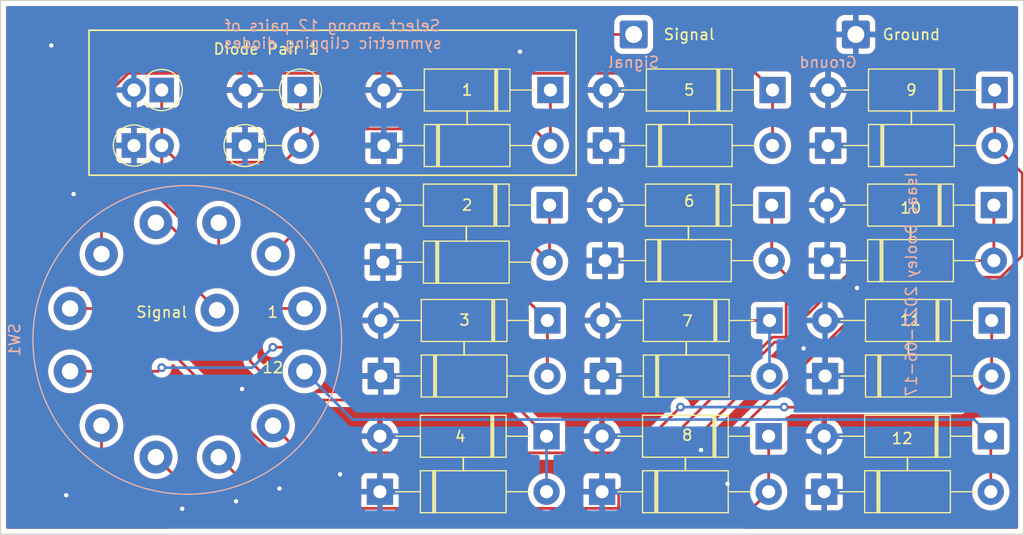
<source format=kicad_pcb>
(kicad_pcb (version 20211014) (generator pcbnew)
  (layers (0 "F.Cu" signal) (31 "B.Cu" signal) (34 "B.Paste" user) (35 "F.Paste" user) (36 "B.SilkS" user "B.Silkscreen") (37 "F.SilkS" user "F.Silkscreen") (38 "B.Mask" user) (39 "F.Mask" user) (44 "Edge.Cuts" user))
  (net 0 "")
  (net 1 "GND")
  (net 2 "/Signal")
  (net 3 "/Pair1")
  (net 4 "/Pair2")
  (net 5 "/Pair3")
  (net 6 "/Pair4")
  (net 7 "/Pair5")
  (net 8 "/Pair6")
  (net 9 "/Pair7")
  (net 10 "/Pair8")
  (net 11 "/Pair9")
  (net 12 "/Pair10")
  (net 13 "/Pair11")
  (net 14 "/Pair12")
  (footprint "Diode_THT:D_DO-15_P2.54mm_Vertical_AnodeUp" (layer "F.Cu") (at 30.48 25.4 180)
    (fp_text reference "D25" hide)
    (fp_text value "D")
    (fp_arc (start 1.456371 1.194732) (mid -1.883124 -0.047368) (end 1.514596 -1.12) (layer "F.SilkS") (width 0.12))
    (pad "1" thru_hole rect (at 0 0 180) (size 2.24 2.24) (drill 1.2) (layers *.Cu *.Mask) (net 3 "/Pair1"))
    (pad "2" thru_hole oval (at 2.54 0 180) (size 2.24 2.24) (drill 1.2) (layers *.Cu *.Mask) (net 1 "GND"))
  )
  (footprint "Diode_THT:D_DO-15_P15.24mm_Horizontal" (layer "F.Cu") (at 70.766161 62.149921)
    (fp_text reference "D16" hide)
    (fp_text value "D")
    (fp_line (start 4.96 -1.92) (end 4.96 1.92) (layer "F.SilkS") (width 0.12))
    (fp_line (start 3.7 -1.92) (end 3.7 1.92) (layer "F.SilkS") (width 0.12))
    (fp_line (start 4.84 -1.92) (end 4.84 1.92) (layer "F.SilkS") (width 0.12))
    (fp_line (start 1.44 0) (end 3.7 0) (layer "F.SilkS") (width 0.12))
    (fp_line (start 3.7 1.92) (end 11.54 1.92) (layer "F.SilkS") (width 0.12))
    (fp_line (start 11.54 -1.92) (end 3.7 -1.92) (layer "F.SilkS") (width 0.12))
    (fp_line (start 11.54 1.92) (end 11.54 -1.92) (layer "F.SilkS") (width 0.12))
    (fp_line (start 13.8 0) (end 11.54 0) (layer "F.SilkS") (width 0.12))
    (fp_line (start 5.08 -1.92) (end 5.08 1.92) (layer "F.SilkS") (width 0.12))
    (pad "1" thru_hole rect (at 0 0) (size 2.4 2.4) (drill 1.2) (layers *.Cu *.Mask) (net 1 "GND"))
    (pad "2" thru_hole oval (at 15.24 0) (size 2.4 2.4) (drill 1.2) (layers *.Cu *.Mask) (net 10 "/Pair8"))
  )
  (footprint "Diode_THT:D_DO-15_P15.24mm_Horizontal" (layer "F.Cu") (at 65.686161 57.069921 180)
    (fp_text reference "D7" hide)
    (fp_text value "D")
    (fp_line (start 4.96 -1.92) (end 4.96 1.92) (layer "F.SilkS") (width 0.12))
    (fp_line (start 3.7 1.92) (end 11.54 1.92) (layer "F.SilkS") (width 0.12))
    (fp_line (start 5.08 -1.92) (end 5.08 1.92) (layer "F.SilkS") (width 0.12))
    (fp_line (start 11.54 -1.92) (end 3.7 -1.92) (layer "F.SilkS") (width 0.12))
    (fp_line (start 11.54 1.92) (end 11.54 -1.92) (layer "F.SilkS") (width 0.12))
    (fp_line (start 4.84 -1.92) (end 4.84 1.92) (layer "F.SilkS") (width 0.12))
    (fp_line (start 1.44 0) (end 3.7 0) (layer "F.SilkS") (width 0.12))
    (fp_line (start 3.7 -1.92) (end 3.7 1.92) (layer "F.SilkS") (width 0.12))
    (fp_line (start 13.8 0) (end 11.54 0) (layer "F.SilkS") (width 0.12))
    (pad "1" thru_hole rect (at 0 0 180) (size 2.4 2.4) (drill 1.2) (layers *.Cu *.Mask) (net 6 "/Pair4"))
    (pad "2" thru_hole oval (at 15.24 0 180) (size 2.4 2.4) (drill 1.2) (layers *.Cu *.Mask) (net 1 "GND"))
  )
  (footprint "Diode_THT:D_DO-15_P15.24mm_Horizontal" (layer "F.Cu") (at 50.446161 62.149921)
    (fp_text reference "D8" hide)
    (fp_text value "D")
    (fp_line (start 4.84 -1.92) (end 4.84 1.92) (layer "F.SilkS") (width 0.12))
    (fp_line (start 11.54 1.92) (end 11.54 -1.92) (layer "F.SilkS") (width 0.12))
    (fp_line (start 3.7 1.92) (end 11.54 1.92) (layer "F.SilkS") (width 0.12))
    (fp_line (start 1.44 0) (end 3.7 0) (layer "F.SilkS") (width 0.12))
    (fp_line (start 5.08 -1.92) (end 5.08 1.92) (layer "F.SilkS") (width 0.12))
    (fp_line (start 4.96 -1.92) (end 4.96 1.92) (layer "F.SilkS") (width 0.12))
    (fp_line (start 3.7 -1.92) (end 3.7 1.92) (layer "F.SilkS") (width 0.12))
    (fp_line (start 11.54 -1.92) (end 3.7 -1.92) (layer "F.SilkS") (width 0.12))
    (fp_line (start 13.8 0) (end 11.54 0) (layer "F.SilkS") (width 0.12))
    (pad "1" thru_hole rect (at 0 0) (size 2.4 2.4) (drill 1.2) (layers *.Cu *.Mask) (net 1 "GND"))
    (pad "2" thru_hole oval (at 15.24 0) (size 2.4 2.4) (drill 1.2) (layers *.Cu *.Mask) (net 6 "/Pair4"))
  )
  (footprint "Diode_THT:D_DO-15_P5.08mm_Vertical_AnodeUp" (layer "F.Cu") (at 43.18 25.4 180)
    (fp_text reference "D27" hide)
    (fp_text value "D")
    (fp_line (start 1.92 0) (end 3.58 0) (layer "F.SilkS") (width 0.12))
    (fp_circle (center 0 0) (end 1.92 0) (layer "F.SilkS") (width 0.12) (fill none))
    (pad "1" thru_hole rect (at 0 0 180) (size 2.4 2.4) (drill 1.2) (layers *.Cu *.Mask) (net 3 "/Pair1"))
    (pad "2" thru_hole oval (at 5.08 0 180) (size 2.4 2.4) (drill 1.2) (layers *.Cu *.Mask) (net 1 "GND"))
  )
  (footprint "Diode_THT:D_DO-15_P15.24mm_Horizontal" (layer "F.Cu") (at 91.086161 62.149921)
    (fp_text reference "D24" hide)
    (fp_text value "D")
    (fp_line (start 3.7 1.92) (end 11.54 1.92) (layer "F.SilkS") (width 0.12))
    (fp_line (start 4.96 -1.92) (end 4.96 1.92) (layer "F.SilkS") (width 0.12))
    (fp_line (start 5.08 -1.92) (end 5.08 1.92) (layer "F.SilkS") (width 0.12))
    (fp_line (start 11.54 -1.92) (end 3.7 -1.92) (layer "F.SilkS") (width 0.12))
    (fp_line (start 4.84 -1.92) (end 4.84 1.92) (layer "F.SilkS") (width 0.12))
    (fp_line (start 3.7 -1.92) (end 3.7 1.92) (layer "F.SilkS") (width 0.12))
    (fp_line (start 1.44 0) (end 3.7 0) (layer "F.SilkS") (width 0.12))
    (fp_line (start 11.54 1.92) (end 11.54 -1.92) (layer "F.SilkS") (width 0.12))
    (fp_line (start 13.8 0) (end 11.54 0) (layer "F.SilkS") (width 0.12))
    (pad "1" thru_hole rect (at 0 0) (size 2.4 2.4) (drill 1.2) (layers *.Cu *.Mask) (net 1 "GND"))
    (pad "2" thru_hole oval (at 15.24 0) (size 2.4 2.4) (drill 1.2) (layers *.Cu *.Mask) (net 14 "/Pair12"))
  )
  (footprint "Diode_THT:D_DO-15_P15.24mm_Horizontal" (layer "F.Cu") (at 86.285127 35.92721 180)
    (fp_text reference "D11" hide)
    (fp_text value "D")
    (fp_line (start 4.96 -1.92) (end 4.96 1.92) (layer "F.SilkS") (width 0.12))
    (fp_line (start 11.54 -1.92) (end 3.7 -1.92) (layer "F.SilkS") (width 0.12))
    (fp_line (start 4.84 -1.92) (end 4.84 1.92) (layer "F.SilkS") (width 0.12))
    (fp_line (start 1.44 0) (end 3.7 0) (layer "F.SilkS") (width 0.12))
    (fp_line (start 11.54 1.92) (end 11.54 -1.92) (layer "F.SilkS") (width 0.12))
    (fp_line (start 3.7 -1.92) (end 3.7 1.92) (layer "F.SilkS") (width 0.12))
    (fp_line (start 5.08 -1.92) (end 5.08 1.92) (layer "F.SilkS") (width 0.12))
    (fp_line (start 3.7 1.92) (end 11.54 1.92) (layer "F.SilkS") (width 0.12))
    (fp_line (start 13.8 0) (end 11.54 0) (layer "F.SilkS") (width 0.12))
    (pad "1" thru_hole rect (at 0 0 180) (size 2.4 2.4) (drill 1.2) (layers *.Cu *.Mask) (net 8 "/Pair6"))
    (pad "2" thru_hole oval (at 15.24 0 180) (size 2.4 2.4) (drill 1.2) (layers *.Cu *.Mask) (net 1 "GND"))
  )
  (footprint "Diode_THT:D_DO-15_P15.24mm_Horizontal" (layer "F.Cu") (at 91.44 30.48)
    (fp_text reference "D18" hide)
    (fp_text value "D")
    (fp_line (start 3.7 -1.92) (end 3.7 1.92) (layer "F.SilkS") (width 0.12))
    (fp_line (start 11.54 -1.92) (end 3.7 -1.92) (layer "F.SilkS") (width 0.12))
    (fp_line (start 11.54 1.92) (end 11.54 -1.92) (layer "F.SilkS") (width 0.12))
    (fp_line (start 13.8 0) (end 11.54 0) (layer "F.SilkS") (width 0.12))
    (fp_line (start 4.84 -1.92) (end 4.84 1.92) (layer "F.SilkS") (width 0.12))
    (fp_line (start 1.44 0) (end 3.7 0) (layer "F.SilkS") (width 0.12))
    (fp_line (start 4.96 -1.92) (end 4.96 1.92) (layer "F.SilkS") (width 0.12))
    (fp_line (start 3.7 1.92) (end 11.54 1.92) (layer "F.SilkS") (width 0.12))
    (fp_line (start 5.08 -1.92) (end 5.08 1.92) (layer "F.SilkS") (width 0.12))
    (pad "1" thru_hole rect (at 0 0) (size 2.4 2.4) (drill 1.2) (layers *.Cu *.Mask) (net 1 "GND"))
    (pad "2" thru_hole oval (at 15.24 0) (size 2.4 2.4) (drill 1.2) (layers *.Cu *.Mask) (net 11 "/Pair9"))
  )
  (footprint "Diode_THT:D_DO-15_P15.24mm_Horizontal" (layer "F.Cu") (at 50.525366 51.564581)
    (fp_text reference "D6" hide)
    (fp_text value "D")
    (fp_line (start 3.7 1.92) (end 11.54 1.92) (layer "F.SilkS") (width 0.12))
    (fp_line (start 3.7 -1.92) (end 3.7 1.92) (layer "F.SilkS") (width 0.12))
    (fp_line (start 1.44 0) (end 3.7 0) (layer "F.SilkS") (width 0.12))
    (fp_line (start 13.8 0) (end 11.54 0) (layer "F.SilkS") (width 0.12))
    (fp_line (start 4.96 -1.92) (end 4.96 1.92) (layer "F.SilkS") (width 0.12))
    (fp_line (start 5.08 -1.92) (end 5.08 1.92) (layer "F.SilkS") (width 0.12))
    (fp_line (start 11.54 -1.92) (end 3.7 -1.92) (layer "F.SilkS") (width 0.12))
    (fp_line (start 11.54 1.92) (end 11.54 -1.92) (layer "F.SilkS") (width 0.12))
    (fp_line (start 4.84 -1.92) (end 4.84 1.92) (layer "F.SilkS") (width 0.12))
    (pad "1" thru_hole rect (at 0 0) (size 2.4 2.4) (drill 1.2) (layers *.Cu *.Mask) (net 1 "GND"))
    (pad "2" thru_hole oval (at 15.24 0) (size 2.4 2.4) (drill 1.2) (layers *.Cu *.Mask) (net 5 "/Pair3"))
  )
  (footprint "Diode_THT:D_DO-15_P15.24mm_Horizontal" (layer "F.Cu") (at 106.605127 35.92721 180)
    (fp_text reference "D19" hide)
    (fp_text value "D")
    (fp_line (start 4.84 -1.92) (end 4.84 1.92) (layer "F.SilkS") (width 0.12))
    (fp_line (start 1.44 0) (end 3.7 0) (layer "F.SilkS") (width 0.12))
    (fp_line (start 3.7 -1.92) (end 3.7 1.92) (layer "F.SilkS") (width 0.12))
    (fp_line (start 4.96 -1.92) (end 4.96 1.92) (layer "F.SilkS") (width 0.12))
    (fp_line (start 5.08 -1.92) (end 5.08 1.92) (layer "F.SilkS") (width 0.12))
    (fp_line (start 11.54 -1.92) (end 3.7 -1.92) (layer "F.SilkS") (width 0.12))
    (fp_line (start 13.8 0) (end 11.54 0) (layer "F.SilkS") (width 0.12))
    (fp_line (start 3.7 1.92) (end 11.54 1.92) (layer "F.SilkS") (width 0.12))
    (fp_line (start 11.54 1.92) (end 11.54 -1.92) (layer "F.SilkS") (width 0.12))
    (pad "1" thru_hole rect (at 0 0 180) (size 2.4 2.4) (drill 1.2) (layers *.Cu *.Mask) (net 12 "/Pair10"))
    (pad "2" thru_hole oval (at 15.24 0 180) (size 2.4 2.4) (drill 1.2) (layers *.Cu *.Mask) (net 1 "GND"))
  )
  (footprint "Diode_THT:D_DO-15_P15.24mm_Horizontal" (layer "F.Cu") (at 70.845366 51.564581)
    (fp_text reference "D14" hide)
    (fp_text value "D")
    (fp_line (start 4.96 -1.92) (end 4.96 1.92) (layer "F.SilkS") (width 0.12))
    (fp_line (start 11.54 -1.92) (end 3.7 -1.92) (layer "F.SilkS") (width 0.12))
    (fp_line (start 13.8 0) (end 11.54 0) (layer "F.SilkS") (width 0.12))
    (fp_line (start 3.7 -1.92) (end 3.7 1.92) (layer "F.SilkS") (width 0.12))
    (fp_line (start 1.44 0) (end 3.7 0) (layer "F.SilkS") (width 0.12))
    (fp_line (start 5.08 -1.92) (end 5.08 1.92) (layer "F.SilkS") (width 0.12))
    (fp_line (start 4.84 -1.92) (end 4.84 1.92) (layer "F.SilkS") (width 0.12))
    (fp_line (start 11.54 1.92) (end 11.54 -1.92) (layer "F.SilkS") (width 0.12))
    (fp_line (start 3.7 1.92) (end 11.54 1.92) (layer "F.SilkS") (width 0.12))
    (pad "1" thru_hole rect (at 0 0) (size 2.4 2.4) (drill 1.2) (layers *.Cu *.Mask) (net 1 "GND"))
    (pad "2" thru_hole oval (at 15.24 0) (size 2.4 2.4) (drill 1.2) (layers *.Cu *.Mask) (net 9 "/Pair7"))
  )
  (footprint "Diode_THT:D_DO-15_P15.24mm_Horizontal" (layer "F.Cu") (at 106.326161 57.069921 180)
    (fp_text reference "D23" hide)
    (fp_text value "D")
    (fp_line (start 13.8 0) (end 11.54 0) (layer "F.SilkS") (width 0.12))
    (fp_line (start 11.54 1.92) (end 11.54 -1.92) (layer "F.SilkS") (width 0.12))
    (fp_line (start 11.54 -1.92) (end 3.7 -1.92) (layer "F.SilkS") (width 0.12))
    (fp_line (start 4.84 -1.92) (end 4.84 1.92) (layer "F.SilkS") (width 0.12))
    (fp_line (start 3.7 1.92) (end 11.54 1.92) (layer "F.SilkS") (width 0.12))
    (fp_line (start 1.44 0) (end 3.7 0) (layer "F.SilkS") (width 0.12))
    (fp_line (start 3.7 -1.92) (end 3.7 1.92) (layer "F.SilkS") (width 0.12))
    (fp_line (start 4.96 -1.92) (end 4.96 1.92) (layer "F.SilkS") (width 0.12))
    (fp_line (start 5.08 -1.92) (end 5.08 1.92) (layer "F.SilkS") (width 0.12))
    (pad "1" thru_hole rect (at 0 0 180) (size 2.4 2.4) (drill 1.2) (layers *.Cu *.Mask) (net 14 "/Pair12"))
    (pad "2" thru_hole oval (at 15.24 0 180) (size 2.4 2.4) (drill 1.2) (layers *.Cu *.Mask) (net 1 "GND"))
  )
  (footprint "Diode_THT:D_DO-15_P15.24mm_Horizontal" (layer "F.Cu") (at 50.725127 41.14721)
    (fp_text reference "D4" hide)
    (fp_text value "D")
    (fp_line (start 1.44 0) (end 3.7 0) (layer "F.SilkS") (width 0.12))
    (fp_line (start 5.08 -1.92) (end 5.08 1.92) (layer "F.SilkS") (width 0.12))
    (fp_line (start 4.96 -1.92) (end 4.96 1.92) (layer "F.SilkS") (width 0.12))
    (fp_line (start 13.8 0) (end 11.54 0) (layer "F.SilkS") (width 0.12))
    (fp_line (start 4.84 -1.92) (end 4.84 1.92) (layer "F.SilkS") (width 0.12))
    (fp_line (start 3.7 1.92) (end 11.54 1.92) (layer "F.SilkS") (width 0.12))
    (fp_line (start 11.54 1.92) (end 11.54 -1.92) (layer "F.SilkS") (width 0.12))
    (fp_line (start 11.54 -1.92) (end 3.7 -1.92) (layer "F.SilkS") (width 0.12))
    (fp_line (start 3.7 -1.92) (end 3.7 1.92) (layer "F.SilkS") (width 0.12))
    (pad "1" thru_hole rect (at 0 0) (size 2.4 2.4) (drill 1.2) (layers *.Cu *.Mask) (net 1 "GND"))
    (pad "2" thru_hole oval (at 15.24 0) (size 2.4 2.4) (drill 1.2) (layers *.Cu *.Mask) (net 4 "/Pair2"))
  )
  (footprint "Diode_THT:D_DO-15_P15.24mm_Horizontal" (layer "F.Cu") (at 71.045127 41.00721)
    (fp_text reference "D12" hide)
    (fp_text value "D")
    (fp_line (start 13.8 0) (end 11.54 0) (layer "F.SilkS") (width 0.12))
    (fp_line (start 3.7 1.92) (end 11.54 1.92) (layer "F.SilkS") (width 0.12))
    (fp_line (start 1.44 0) (end 3.7 0) (layer "F.SilkS") (width 0.12))
    (fp_line (start 5.08 -1.92) (end 5.08 1.92) (layer "F.SilkS") (width 0.12))
    (fp_line (start 4.96 -1.92) (end 4.96 1.92) (layer "F.SilkS") (width 0.12))
    (fp_line (start 4.84 -1.92) (end 4.84 1.92) (layer "F.SilkS") (width 0.12))
    (fp_line (start 11.54 1.92) (end 11.54 -1.92) (layer "F.SilkS") (width 0.12))
    (fp_line (start 3.7 -1.92) (end 3.7 1.92) (layer "F.SilkS") (width 0.12))
    (fp_line (start 11.54 -1.92) (end 3.7 -1.92) (layer "F.SilkS") (width 0.12))
    (pad "1" thru_hole rect (at 0 0) (size 2.4 2.4) (drill 1.2) (layers *.Cu *.Mask) (net 1 "GND"))
    (pad "2" thru_hole oval (at 15.24 0) (size 2.4 2.4) (drill 1.2) (layers *.Cu *.Mask) (net 8 "/Pair6"))
  )
  (footprint "Connector_Wire:SolderWire-0.75sqmm_1x01_D1.25mm_OD2.3mm" (layer "F.Cu") (at 73.66 20.32)
    (fp_text reference "Signal1" hide)
    (fp_text value "MountingHole_Pad")
    (pad "1" thru_hole roundrect (at 0 0) (size 2.55 2.55) (drill 1.55) (layers *.Cu *.Mask) (roundrect_rratio 0.09803882353) (net 2 "/Signal"))
  )
  (footprint "Diode_THT:D_DO-15_P5.08mm_Vertical_AnodeUp" (layer "F.Cu") (at 38.1 30.48)
    (fp_text reference "D28" hide)
    (fp_text value "D")
    (fp_line (start 1.92 0) (end 3.58 0) (layer "F.SilkS") (width 0.12))
    (fp_circle (center 0 0) (end 1.92 0) (layer "F.SilkS") (width 0.12) (fill none))
    (pad "1" thru_hole rect (at 0 0) (size 2.4 2.4) (drill 1.2) (layers *.Cu *.Mask) (net 1 "GND"))
    (pad "2" thru_hole oval (at 5.08 0) (size 2.4 2.4) (drill 1.2) (layers *.Cu *.Mask) (net 3 "/Pair1"))
  )
  (footprint "Diode_THT:D_DO-15_P15.24mm_Horizontal" (layer "F.Cu") (at 71.12 30.48)
    (fp_text reference "D10" hide)
    (fp_text value "D")
    (fp_line (start 11.54 1.92) (end 11.54 -1.92) (layer "F.SilkS") (width 0.12))
    (fp_line (start 3.7 1.92) (end 11.54 1.92) (layer "F.SilkS") (width 0.12))
    (fp_line (start 5.08 -1.92) (end 5.08 1.92) (layer "F.SilkS") (width 0.12))
    (fp_line (start 11.54 -1.92) (end 3.7 -1.92) (layer "F.SilkS") (width 0.12))
    (fp_line (start 1.44 0) (end 3.7 0) (layer "F.SilkS") (width 0.12))
    (fp_line (start 13.8 0) (end 11.54 0) (layer "F.SilkS") (width 0.12))
    (fp_line (start 4.96 -1.92) (end 4.96 1.92) (layer "F.SilkS") (width 0.12))
    (fp_line (start 3.7 -1.92) (end 3.7 1.92) (layer "F.SilkS") (width 0.12))
    (fp_line (start 4.84 -1.92) (end 4.84 1.92) (layer "F.SilkS") (width 0.12))
    (pad "1" thru_hole rect (at 0 0) (size 2.4 2.4) (drill 1.2) (layers *.Cu *.Mask) (net 1 "GND"))
    (pad "2" thru_hole oval (at 15.24 0) (size 2.4 2.4) (drill 1.2) (layers *.Cu *.Mask) (net 7 "/Pair5"))
  )
  (footprint "Diode_THT:D_DO-15_P15.24mm_Horizontal" (layer "F.Cu") (at 65.965127 35.92721 180)
    (fp_text reference "D3" hide)
    (fp_text value "D")
    (fp_line (start 3.7 -1.92) (end 3.7 1.92) (layer "F.SilkS") (width 0.12))
    (fp_line (start 1.44 0) (end 3.7 0) (layer "F.SilkS") (width 0.12))
    (fp_line (start 11.54 1.92) (end 11.54 -1.92) (layer "F.SilkS") (width 0.12))
    (fp_line (start 3.7 1.92) (end 11.54 1.92) (layer "F.SilkS") (width 0.12))
    (fp_line (start 5.08 -1.92) (end 5.08 1.92) (layer "F.SilkS") (width 0.12))
    (fp_line (start 4.96 -1.92) (end 4.96 1.92) (layer "F.SilkS") (width 0.12))
    (fp_line (start 4.84 -1.92) (end 4.84 1.92) (layer "F.SilkS") (width 0.12))
    (fp_line (start 13.8 0) (end 11.54 0) (layer "F.SilkS") (width 0.12))
    (fp_line (start 11.54 -1.92) (end 3.7 -1.92) (layer "F.SilkS") (width 0.12))
    (pad "1" thru_hole rect (at 0 0 180) (size 2.4 2.4) (drill 1.2) (layers *.Cu *.Mask) (net 4 "/Pair2"))
    (pad "2" thru_hole oval (at 15.24 0 180) (size 2.4 2.4) (drill 1.2) (layers *.Cu *.Mask) (net 1 "GND"))
  )
  (footprint "Diode_THT:D_DO-15_P2.54mm_Vertical_AnodeUp" (layer "F.Cu") (at 27.94 30.48)
    (fp_text reference "D26" hide)
    (fp_text value "D")
    (fp_arc (start 1.456371 1.194732) (mid -1.883124 -0.047368) (end 1.514596 -1.12) (layer "F.SilkS") (width 0.12))
    (pad "1" thru_hole rect (at 0 0) (size 2.24 2.24) (drill 1.2) (layers *.Cu *.Mask) (net 1 "GND"))
    (pad "2" thru_hole oval (at 2.54 0) (size 2.24 2.24) (drill 1.2) (layers *.Cu *.Mask) (net 3 "/Pair1"))
  )
  (footprint "Connector_Wire:SolderWire-0.75sqmm_1x01_D1.25mm_OD2.3mm" (layer "F.Cu") (at 93.98 20.32)
    (fp_text reference "Ground1" hide)
    (fp_text value "MountingHole_Pad")
    (pad "1" thru_hole roundrect (at 0 0) (size 2.55 2.55) (drill 1.55) (layers *.Cu *.Mask) (roundrect_rratio 0.09803882353) (net 1 "GND"))
  )
  (footprint "Diode_THT:D_DO-15_P15.24mm_Horizontal" (layer "F.Cu") (at 66.04 25.4 180)
    (fp_text reference "D1" hide)
    (fp_text value "D")
    (fp_line (start 5.08 -1.92) (end 5.08 1.92) (layer "F.SilkS") (width 0.12))
    (fp_line (start 4.84 -1.92) (end 4.84 1.92) (layer "F.SilkS") (width 0.12))
    (fp_line (start 11.54 1.92) (end 11.54 -1.92) (layer "F.SilkS") (width 0.12))
    (fp_line (start 3.7 -1.92) (end 3.7 1.92) (layer "F.SilkS") (width 0.12))
    (fp_line (start 13.8 0) (end 11.54 0) (layer "F.SilkS") (width 0.12))
    (fp_line (start 11.54 -1.92) (end 3.7 -1.92) (layer "F.SilkS") (width 0.12))
    (fp_line (start 3.7 1.92) (end 11.54 1.92) (layer "F.SilkS") (width 0.12))
    (fp_line (start 4.96 -1.92) (end 4.96 1.92) (layer "F.SilkS") (width 0.12))
    (fp_line (start 1.44 0) (end 3.7 0) (layer "F.SilkS") (width 0.12))
    (pad "1" thru_hole rect (at 0 0 180) (size 2.4 2.4) (drill 1.2) (layers *.Cu *.Mask) (net 3 "/Pair1"))
    (pad "2" thru_hole oval (at 15.24 0 180) (size 2.4 2.4) (drill 1.2) (layers *.Cu *.Mask) (net 1 "GND"))
  )
  (footprint "Diode_THT:D_DO-15_P15.24mm_Horizontal" (layer "F.Cu") (at 86.085366 46.484581 180)
    (fp_text reference "D13" hide)
    (fp_text value "D")
    (fp_line (start 1.44 0) (end 3.7 0) (layer "F.SilkS") (width 0.12))
    (fp_line (start 5.08 -1.92) (end 5.08 1.92) (layer "F.SilkS") (width 0.12))
    (fp_line (start 4.96 -1.92) (end 4.96 1.92) (layer "F.SilkS") (width 0.12))
    (fp_line (start 3.7 1.92) (end 11.54 1.92) (layer "F.SilkS") (width 0.12))
    (fp_line (start 4.84 -1.92) (end 4.84 1.92) (layer "F.SilkS") (width 0.12))
    (fp_line (start 11.54 -1.92) (end 3.7 -1.92) (layer "F.SilkS") (width 0.12))
    (fp_line (start 13.8 0) (end 11.54 0) (layer "F.SilkS") (width 0.12))
    (fp_line (start 3.7 -1.92) (end 3.7 1.92) (layer "F.SilkS") (width 0.12))
    (fp_line (start 11.54 1.92) (end 11.54 -1.92) (layer "F.SilkS") (width 0.12))
    (pad "1" thru_hole rect (at 0 0 180) (size 2.4 2.4) (drill 1.2) (layers *.Cu *.Mask) (net 9 "/Pair7"))
    (pad "2" thru_hole oval (at 15.24 0 180) (size 2.4 2.4) (drill 1.2) (layers *.Cu *.Mask) (net 1 "GND"))
  )
  (footprint "Diode_THT:D_DO-15_P15.24mm_Horizontal" (layer "F.Cu") (at 91.365127 41.00721)
    (fp_text reference "D20" hide)
    (fp_text value "D")
    (fp_line (start 4.84 -1.92) (end 4.84 1.92) (layer "F.SilkS") (width 0.12))
    (fp_line (start 3.7 1.92) (end 11.54 1.92) (layer "F.SilkS") (width 0.12))
    (fp_line (start 13.8 0) (end 11.54 0) (layer "F.SilkS") (width 0.12))
    (fp_line (start 3.7 -1.92) (end 3.7 1.92) (layer "F.SilkS") (width 0.12))
    (fp_line (start 1.44 0) (end 3.7 0) (layer "F.SilkS") (width 0.12))
    (fp_line (start 11.54 1.92) (end 11.54 -1.92) (layer "F.SilkS") (width 0.12))
    (fp_line (start 4.96 -1.92) (end 4.96 1.92) (layer "F.SilkS") (width 0.12))
    (fp_line (start 5.08 -1.92) (end 5.08 1.92) (layer "F.SilkS") (width 0.12))
    (fp_line (start 11.54 -1.92) (end 3.7 -1.92) (layer "F.SilkS") (width 0.12))
    (pad "1" thru_hole rect (at 0 0) (size 2.4 2.4) (drill 1.2) (layers *.Cu *.Mask) (net 1 "GND"))
    (pad "2" thru_hole oval (at 15.24 0) (size 2.4 2.4) (drill 1.2) (layers *.Cu *.Mask) (net 12 "/Pair10"))
  )
  (footprint "Diode_THT:D_DO-15_P15.24mm_Horizontal" (layer "F.Cu") (at 106.68 25.4 180)
    (fp_text reference "D17" hide)
    (fp_text value "D")
    (fp_line (start 11.54 -1.92) (end 3.7 -1.92) (layer "F.SilkS") (width 0.12))
    (fp_line (start 13.8 0) (end 11.54 0) (layer "F.SilkS") (width 0.12))
    (fp_line (start 1.44 0) (end 3.7 0) (layer "F.SilkS") (width 0.12))
    (fp_line (start 5.08 -1.92) (end 5.08 1.92) (layer "F.SilkS") (width 0.12))
    (fp_line (start 3.7 1.92) (end 11.54 1.92) (layer "F.SilkS") (width 0.12))
    (fp_line (start 11.54 1.92) (end 11.54 -1.92) (layer "F.SilkS") (width 0.12))
    (fp_line (start 4.84 -1.92) (end 4.84 1.92) (layer "F.SilkS") (width 0.12))
    (fp_line (start 4.96 -1.92) (end 4.96 1.92) (layer "F.SilkS") (width 0.12))
    (fp_line (start 3.7 -1.92) (end 3.7 1.92) (layer "F.SilkS") (width 0.12))
    (pad "1" thru_hole rect (at 0 0 180) (size 2.4 2.4) (drill 1.2) (layers *.Cu *.Mask) (net 11 "/Pair9"))
    (pad "2" thru_hole oval (at 15.24 0 180) (size 2.4 2.4) (drill 1.2) (layers *.Cu *.Mask) (net 1 "GND"))
  )
  (footprint "Diode_THT:D_DO-15_P15.24mm_Horizontal" (layer "F.Cu") (at 86.006161 57.069921 180)
    (fp_text reference "D15" hide)
    (fp_text value "D")
    (fp_line (start 11.54 1.92) (end 11.54 -1.92) (layer "F.SilkS") (width 0.12))
    (fp_line (start 11.54 -1.92) (end 3.7 -1.92) (layer "F.SilkS") (width 0.12))
    (fp_line (start 4.96 -1.92) (end 4.96 1.92) (layer "F.SilkS") (width 0.12))
    (fp_line (start 3.7 1.92) (end 11.54 1.92) (layer "F.SilkS") (width 0.12))
    (fp_line (start 4.84 -1.92) (end 4.84 1.92) (layer "F.SilkS") (width 0.12))
    (fp_line (start 1.44 0) (end 3.7 0) (layer "F.SilkS") (width 0.12))
    (fp_line (start 13.8 0) (end 11.54 0) (layer "F.SilkS") (width 0.12))
    (fp_line (start 3.7 -1.92) (end 3.7 1.92) (layer "F.SilkS") (width 0.12))
    (fp_line (start 5.08 -1.92) (end 5.08 1.92) (layer "F.SilkS") (width 0.12))
    (pad "1" thru_hole rect (at 0 0 180) (size 2.4 2.4) (drill 1.2) (layers *.Cu *.Mask) (net 10 "/Pair8"))
    (pad "2" thru_hole oval (at 15.24 0 180) (size 2.4 2.4) (drill 1.2) (layers *.Cu *.Mask) (net 1 "GND"))
  )
  (footprint "Diode_THT:D_DO-15_P15.24mm_Horizontal" (layer "F.Cu") (at 86.36 25.4 180)
    (fp_text reference "D9" hide)
    (fp_text value "D")
    (fp_line (start 4.96 -1.92) (end 4.96 1.92) (layer "F.SilkS") (width 0.12))
    (fp_line (start 3.7 1.92) (end 11.54 1.92) (layer "F.SilkS") (width 0.12))
    (fp_line (start 1.44 0) (end 3.7 0) (layer "F.SilkS") (width 0.12))
    (fp_line (start 11.54 -1.92) (end 3.7 -1.92) (layer "F.SilkS") (width 0.12))
    (fp_line (start 13.8 0) (end 11.54 0) (layer "F.SilkS") (width 0.12))
    (fp_line (start 4.84 -1.92) (end 4.84 1.92) (layer "F.SilkS") (width 0.12))
    (fp_line (start 3.7 -1.92) (end 3.7 1.92) (layer "F.SilkS") (width 0.12))
    (fp_line (start 5.08 -1.92) (end 5.08 1.92) (layer "F.SilkS") (width 0.12))
    (fp_line (start 11.54 1.92) (end 11.54 -1.92) (layer "F.SilkS") (width 0.12))
    (pad "1" thru_hole rect (at 0 0 180) (size 2.4 2.4) (drill 1.2) (layers *.Cu *.Mask) (net 7 "/Pair5"))
    (pad "2" thru_hole oval (at 15.24 0 180) (size 2.4 2.4) (drill 1.2) (layers *.Cu *.Mask) (net 1 "GND"))
  )
  (footprint "Diode_THT:D_DO-15_P15.24mm_Horizontal" (layer "F.Cu") (at 106.405366 46.484581 180)
    (fp_text reference "D21" hide)
    (fp_text value "D")
    (fp_line (start 4.96 -1.92) (end 4.96 1.92) (layer "F.SilkS") (width 0.12))
    (fp_line (start 3.7 1.92) (end 11.54 1.92) (layer "F.SilkS") (width 0.12))
    (fp_line (start 1.44 0) (end 3.7 0) (layer "F.SilkS") (width 0.12))
    (fp_line (start 4.84 -1.92) (end 4.84 1.92) (layer "F.SilkS") (width 0.12))
    (fp_line (start 3.7 -1.92) (end 3.7 1.92) (layer "F.SilkS") (width 0.12))
    (fp_line (start 5.08 -1.92) (end 5.08 1.92) (layer "F.SilkS") (width 0.12))
    (fp_line (start 13.8 0) (end 11.54 0) (layer "F.SilkS") (width 0.12))
    (fp_line (start 11.54 -1.92) (end 3.7 -1.92) (layer "F.SilkS") (width 0.12))
    (fp_line (start 11.54 1.92) (end 11.54 -1.92) (layer "F.SilkS") (width 0.12))
    (pad "1" thru_hole rect (at 0 0 180) (size 2.4 2.4) (drill 1.2) (layers *.Cu *.Mask) (net 13 "/Pair11"))
    (pad "2" thru_hole oval (at 15.24 0 180) (size 2.4 2.4) (drill 1.2) (layers *.Cu *.Mask) (net 1 "GND"))
  )
  (footprint "Diode_THT:D_DO-15_P15.24mm_Horizontal" (layer "F.Cu") (at 65.765366 46.484581 180)
    (fp_text reference "D5" hide)
    (fp_text value "D")
    (fp_line (start 4.96 -1.92) (end 4.96 1.92) (layer "F.SilkS") (width 0.12))
    (fp_line (start 11.54 -1.92) (end 3.7 -1.92) (layer "F.SilkS") (width 0.12))
    (fp_line (start 5.08 -1.92) (end 5.08 1.92) (layer "F.SilkS") (width 0.12))
    (fp_line (start 1.44 0) (end 3.7 0) (layer "F.SilkS") (width 0.12))
    (fp_line (start 11.54 1.92) (end 11.54 -1.92) (layer "F.SilkS") (width 0.12))
    (fp_line (start 13.8 0) (end 11.54 0) (layer "F.SilkS") (width 0.12))
    (fp_line (start 3.7 1.92) (end 11.54 1.92) (layer "F.SilkS") (width 0.12))
    (fp_line (start 3.7 -1.92) (end 3.7 1.92) (layer "F.SilkS") (width 0.12))
    (fp_line (start 4.84 -1.92) (end 4.84 1.92) (layer "F.SilkS") (width 0.12))
    (pad "1" thru_hole rect (at 0 0 180) (size 2.4 2.4) (drill 1.2) (layers *.Cu *.Mask) (net 5 "/Pair3"))
    (pad "2" thru_hole oval (at 15.24 0 180) (size 2.4 2.4) (drill 1.2) (layers *.Cu *.Mask) (net 1 "GND"))
  )
  (footprint "Diode_THT:D_DO-15_P15.24mm_Horizontal" (layer "F.Cu") (at 50.8 30.48)
    (fp_text reference "D2" hide)
    (fp_text value "D")
    (fp_line (start 13.8 0) (end 11.54 0) (layer "F.SilkS") (width 0.12))
    (fp_line (start 1.44 0) (end 3.7 0) (layer "F.SilkS") (width 0.12))
    (fp_line (start 3.7 1.92) (end 11.54 1.92) (layer "F.SilkS") (width 0.12))
    (fp_line (start 4.84 -1.92) (end 4.84 1.92) (layer "F.SilkS") (width 0.12))
    (fp_line (start 4.96 -1.92) (end 4.96 1.92) (layer "F.SilkS") (width 0.12))
    (fp_line (start 3.7 -1.92) (end 3.7 1.92) (layer "F.SilkS") (width 0.12))
    (fp_line (start 11.54 1.92) (end 11.54 -1.92) (layer "F.SilkS") (width 0.12))
    (fp_line (start 11.54 -1.92) (end 3.7 -1.92) (layer "F.SilkS") (width 0.12))
    (fp_line (start 5.08 -1.92) (end 5.08 1.92) (layer "F.SilkS") (width 0.12))
    (pad "1" thru_hole rect (at 0 0) (size 2.4 2.4) (drill 1.2) (layers *.Cu *.Mask) (net 1 "GND"))
    (pad "2" thru_hole oval (at 15.24 0) (size 2.4 2.4) (drill 1.2) (layers *.Cu *.Mask) (net 3 "/Pair1"))
  )
  (footprint "Diode_THT:D_DO-15_P15.24mm_Horizontal" (layer "F.Cu") (at 91.165366 51.564581)
    (fp_text reference "D22" hide)
    (fp_text value "D")
    (fp_line (start 5.08 -1.92) (end 5.08 1.92) (layer "F.SilkS") (width 0.12))
    (fp_line (start 1.44 0) (end 3.7 0) (layer "F.SilkS") (width 0.12))
    (fp_line (start 13.8 0) (end 11.54 0) (layer "F.SilkS") (width 0.12))
    (fp_line (start 11.54 1.92) (end 11.54 -1.92) (layer "F.SilkS") (width 0.12))
    (fp_line (start 4.84 -1.92) (end 4.84 1.92) (layer "F.SilkS") (width 0.12))
    (fp_line (start 4.96 -1.92) (end 4.96 1.92) (layer "F.SilkS") (width 0.12))
    (fp_line (start 3.7 1.92) (end 11.54 1.92) (layer "F.SilkS") (width 0.12))
    (fp_line (start 3.7 -1.92) (end 3.7 1.92) (layer "F.SilkS") (width 0.12))
    (fp_line (start 11.54 -1.92) (end 3.7 -1.92) (layer "F.SilkS") (width 0.12))
    (pad "1" thru_hole rect (at 0 0) (size 2.4 2.4) (drill 1.2) (layers *.Cu *.Mask) (net 1 "GND"))
    (pad "2" thru_hole oval (at 15.24 0) (size 2.4 2.4) (drill 1.2) (layers *.Cu *.Mask) (net 13 "/Pair11"))
  )
  (footprint "Rotary_Encoder:Rotary Switch KC10A9.501NPS" (layer "B.Cu") (at 32.820239 48.26 -90)
    (fp_text reference "SW1" (at 0 15.795 90) (layer "B.SilkS") (effects (justify mirror)))
    (fp_text value "SW_Rotary12")
    (fp_circle (center 0 0) (end 0 -14.12) (layer "B.SilkS") (width 0.12) (fill none))
    (pad "1" thru_hole oval (at -2.872891 -10.721776 270) (size 3 3) (drill 1.5) (layers *.Cu *.Mask) (net 3 "/Pair1"))
    (pad "2" thru_hole oval (at -7.848885 -7.848885 270) (size 3 3) (drill 1.5) (layers *.Cu *.Mask) (net 4 "/Pair2"))
    (pad "3" thru_hole oval (at -10.721776 -2.872891 270) (size 3 3) (drill 1.5) (layers *.Cu *.Mask) (net 5 "/Pair3"))
    (pad "4" thru_hole oval (at -10.721776 2.872891 270) (size 3 3) (drill 1.5) (layers *.Cu *.Mask) (net 6 "/Pair4"))
    (pad "5" thru_hole oval (at -7.848885 7.848885 270) (size 3 3) (drill 1.5) (layers *.Cu *.Mask) (net 7 "/Pair5"))
    (pad "6" thru_hole oval (at -2.872891 10.721776 270) (size 3 3) (drill 1.5) (layers *.Cu *.Mask) (net 8 "/Pair6"))
    (pad "7" thru_hole oval (at 2.872891 10.721776 270) (size 3 3) (drill 1.5) (layers *.Cu *.Mask) (net 9 "/Pair7"))
    (pad "8" thru_hole oval (at 7.848885 7.848885 270) (size 3 3) (drill 1.5) (layers *.Cu *.Mask) (net 10 "/Pair8"))
    (pad "9" thru_hole oval (at 10.721776 2.872891 270) (size 3 3) (drill 1.5) (layers *.Cu *.Mask) (net 11 "/Pair9"))
    (pad "10" thru_hole oval (at 10.721776 -2.872891 270) (size 3 3) (drill 1.5) (layers *.Cu *.Mask) (net 12 "/Pair10"))
    (pad "11" thru_hole oval (at 7.848885 -7.848885 270) (size 3 3) (drill 1.5) (layers *.Cu *.Mask) (net 13 "/Pair11"))
    (pad "12" thru_hole oval (at 2.872891 -10.721776 270) (size 3 3) (drill 1.5) (layers *.Cu *.Mask) (net 14 "/Pair12"))
    (pad "13" thru_hole oval (at -2.722361 -2.722361 270) (size 3 3) (drill 1.5) (layers *.Cu *.Mask) (net 2 "/Signal"))
  )
  (gr_rect (start 68.398761 33.194739) (end 23.832852 19.929728) (layer "F.SilkS") (width 0.15) (fill none))
  (gr_line (start 78.386161 58.989921) (end 78.386161 60.229921) (layer "F.SilkS") (width 0.15))
  (gr_line (start 78.74 27.32) (end 78.74 28.56) (layer "F.SilkS") (width 0.15))
  (gr_line (start 98.985127 37.84721) (end 98.985127 39.08721) (layer "F.SilkS") (width 0.15))
  (gr_line (start 98.785366 48.404581) (end 98.785366 49.644581) (layer "F.SilkS") (width 0.15))
  (gr_line (start 78.665127 37.84721) (end 78.665127 39.08721) (layer "F.SilkS") (width 0.15))
  (gr_line (start 58.345127 37.84721) (end 58.345127 39.22721) (layer "F.SilkS") (width 0.15))
  (gr_line (start 58.066161 58.989921) (end 58.066161 60.229921) (layer "F.SilkS") (width 0.15))
  (gr_line (start 78.465366 48.404581) (end 78.465366 49.644581) (layer "F.SilkS") (width 0.15))
  (gr_line (start 58.145366 48.404581) (end 58.145366 49.644581) (layer "F.SilkS") (width 0.15))
  (gr_line (start 99.06 27.32) (end 99.06 28.56) (layer "F.SilkS") (width 0.15))
  (gr_line (start 58.42 27.32) (end 58.42 28.56) (layer "F.SilkS") (width 0.15))
  (gr_line (start 98.706161 58.989921) (end 98.706161 60.229921) (layer "F.SilkS") (width 0.15))
  (gr_rect (start 15.738588 17.216051) (end 109.329356 66.046017) (layer "Edge.Cuts") (width 0.1) (fill none))
  (gr_text "Select among 12 pairs of \nsymmetric clipping diodes " (at 45.72 20.32) (layer "B.SilkS") (effects (font (size 1 1)) (justify mirror)))
  (gr_text "Signal" (at 73.66 22.86) (layer "B.SilkS") (effects (font (size 1 1)) (justify mirror)))
  (gr_text "Ground" (at 91.44 22.86) (layer "B.SilkS") (effects (font (size 1 1)) (justify mirror)))
  (gr_text "Isaac Dooley 2022-06-17" (at 99.06 43.18 -270) (layer "B.SilkS") (effects (font (size 1 1)) (justify mirror)))
  (gr_text "5" (at 78.74 25.4) (layer "F.SilkS") (effects (font (size 1 1))))
  (gr_text "Diode Pair 1" (at 40.032784 21.645568) (layer "F.SilkS") (effects (font (size 1 1))))
  (gr_text "3\n" (at 58.186068 46.445188) (layer "F.SilkS") (effects (font (size 1 1))))
  (gr_text "8" (at 78.555767 56.975701) (layer "F.SilkS") (effects (font (size 1 1))))
  (gr_text "7" (at 78.576754 46.536225) (layer "F.SilkS") (effects (font (size 1 1))))
  (gr_text "Ground" (at 99.06 20.32) (layer "F.SilkS") (effects (font (size 1 1))))
  (gr_text "1" (at 58.42 25.4) (layer "F.SilkS") (effects (font (size 1 1))))
  (gr_text "12\n" (at 40.64 50.8) (layer "F.SilkS") (effects (font (size 1 1))))
  (gr_text "Signal\n" (at 30.48 45.72) (layer "F.SilkS") (effects (font (size 1 1))))
  (gr_text "Signal" (at 78.74 20.32) (layer "F.SilkS") (effects (font (size 1 1))))
  (gr_text "11" (at 98.970669 46.434647) (layer "F.SilkS") (effects (font (size 1 1))))
  (gr_text "12" (at 98.221711 57.279034) (layer "F.SilkS") (effects (font (size 1 1))))
  (gr_text "10" (at 99.00541 36.186495) (layer "F.SilkS") (effects (font (size 1 1))))
  (gr_text "2" (at 58.42 35.92721) (layer "F.SilkS") (effects (font (size 1 1))))
  (gr_text "1" (at 40.64 45.72) (layer "F.SilkS") (effects (font (size 1 1))))
  (gr_text "4" (at 57.797359 57.109906) (layer "F.SilkS") (effects (font (size 1 1))))
  (gr_text "6" (at 78.74 35.56) (layer "F.SilkS") (effects (font (size 1 1))))
  (gr_text "9" (at 99.06 25.4) (layer "F.SilkS") (effects (font (size 1 1))))
  (via (at 82.243703 61.423885) (size 0.8) (drill 0.4) (layers "F.Cu" "B.Cu") (net 1))
  (via (at 79.81816 58.330125) (size 0.8) (drill 0.4) (layers "F.Cu" "B.Cu") (net 1))
  (via (at 22.425186 34.925431) (size 0.8) (drill 0.4) (layers "F.Cu" "B.Cu") (net 1))
  (via (at 94.089472 43.510025) (size 0.8) (drill 0.4) (layers "F.Cu" "B.Cu") (net 1))
  (via (at 46.801235 60.559465) (size 0.8) (drill 0.4) (layers "F.Cu" "B.Cu") (net 1))
  (via (at 20.384637 21.321772) (size 0.8) (drill 0.4) (layers "F.Cu" "B.Cu") (net 1))
  (via (at 89.201652 49.037373) (size 0.8) (drill 0.4) (layers "F.Cu" "B.Cu") (net 1))
  (via (at 32.356255 63.708608) (size 0.8) (drill 0.4) (layers "F.Cu" "B.Cu") (net 1))
  (via (at 37.285347 63.024012) (size 0.8) (drill 0.4) (layers "F.Cu" "B.Cu") (net 1))
  (via (at 37.833024 52.755068) (size 0.8) (drill 0.4) (layers "F.Cu" "B.Cu") (net 1))
  (via (at 63.259441 21.89172) (size 0.8) (drill 0.4) (layers "F.Cu" "B.Cu") (net 1))
  (via (at 41.256005 61.860198) (size 0.8) (drill 0.4) (layers "F.Cu" "B.Cu") (net 1))
  (via (at 21.745003 62.472843) (size 0.8) (drill 0.4) (layers "F.Cu" "B.Cu") (net 1))
  (segment (start 70.766161 62.149921) (end 70.766161 57.069921) (width 0.25) (layer "B.Cu") (net 1))
  (segment (start 71.045127 46.28482) (end 70.845366 46.484581) (width 0.25) (layer "B.Cu") (net 1))
  (segment (start 71.12 35.852337) (end 71.045127 35.92721) (width 0.25) (layer "B.Cu") (net 1))
  (segment (start 91.165366 56.990716) (end 91.086161 57.069921) (width 0.25) (layer "B.Cu") (net 1))
  (segment (start 25.334639 20.32) (end 73.66 20.32) (width 0.25) (layer "F.Cu") (net 2))
  (segment (start 35.5426 45.537639) (end 33.664027 43.659066) (width 0.25) (layer "F.Cu") (net 2))
  (segment (start 33.664027 43.659066) (end 23.104486 43.659066) (width 0.25) (layer "F.Cu") (net 2))
  (segment (start 20.818588 41.373168) (end 20.818588 24.836051) (width 0.25) (layer "F.Cu") (net 2))
  (segment (start 23.104486 43.659066) (end 20.818588 41.373168) (width 0.25) (layer "F.Cu") (net 2))
  (segment (start 20.818588 24.836051) (end 25.334639 20.32) (width 0.25) (layer "F.Cu") (net 2))
  (segment (start 44.704511 28.955489) (end 43.18 30.48) (width 0.25) (layer "F.Cu") (net 3))
  (segment (start 40.376482 45.387109) (end 30.48 35.490627) (width 0.25) (layer "F.Cu") (net 3))
  (segment (start 30.48 25.4) (end 30.48 30.48) (width 0.25) (layer "F.Cu") (net 3))
  (segment (start 32.004511 32.004511) (end 41.655489 32.004511) (width 0.25) (layer "F.Cu") (net 3))
  (segment (start 66.04 30.48) (end 64.515489 28.955489) (width 0.25) (layer "F.Cu") (net 3))
  (segment (start 30.48 35.490627) (end 30.48 30.48) (width 0.25) (layer "F.Cu") (net 3))
  (segment (start 43.542015 45.387109) (end 40.376482 45.387109) (width 0.25) (layer "F.Cu") (net 3))
  (segment (start 64.515489 28.955489) (end 44.704511 28.955489) (width 0.25) (layer "F.Cu") (net 3))
  (segment (start 66.04 25.4) (end 66.04 30.48) (width 0.25) (layer "F.Cu") (net 3))
  (segment (start 41.655489 32.004511) (end 43.18 30.48) (width 0.25) (layer "F.Cu") (net 3))
  (segment (start 43.18 25.4) (end 43.18 30.48) (width 0.25) (layer "F.Cu") (net 3))
  (segment (start 30.48 30.48) (end 32.004511 32.004511) (width 0.25) (layer "F.Cu") (net 3))
  (segment (start 40.669124 40.411115) (end 42.169124 38.911115) (width 0.25) (layer "F.Cu") (net 4))
  (segment (start 42.169124 38.911115) (end 63.729032 38.911115) (width 0.25) (layer "F.Cu") (net 4))
  (segment (start 65.965127 41.14721) (end 65.965127 35.92721) (width 0.25) (layer "F.Cu") (net 4))
  (segment (start 63.729032 38.911115) (end 65.965127 41.14721) (width 0.25) (layer "F.Cu") (net 4))
  (segment (start 62.460785 43.18) (end 65.765366 46.484581) (width 0.25) (layer "F.Cu") (net 5))
  (segment (start 65.765366 51.564581) (end 65.765366 46.484581) (width 0.25) (layer "F.Cu") (net 5))
  (segment (start 35.69313 39.659544) (end 39.213586 43.18) (width 0.25) (layer "F.Cu") (net 5))
  (segment (start 35.69313 37.538224) (end 35.69313 39.659544) (width 0.25) (layer "F.Cu") (net 5))
  (segment (start 39.213586 43.18) (end 62.460785 43.18) (width 0.25) (layer "F.Cu") (net 5))
  (segment (start 42.127056 53.764519) (end 62.380759 53.764519) (width 0.25) (layer "F.Cu") (net 6))
  (segment (start 29.947348 37.538224) (end 30.980761 37.538224) (width 0.25) (layer "F.Cu") (net 6))
  (segment (start 38.598588 50.236051) (end 42.127056 53.764519) (width 0.25) (layer "F.Cu") (net 6))
  (segment (start 30.980761 37.538224) (end 38.598588 45.156051) (width 0.25) (layer "F.Cu") (net 6))
  (segment (start 38.598588 45.156051) (end 38.598588 50.236051) (width 0.25) (layer "F.Cu") (net 6))
  (segment (start 62.380759 53.764519) (end 65.686161 57.069921) (width 0.25) (layer "F.Cu") (net 6))
  (segment (start 65.686161 57.069921) (end 65.686161 62.149921) (width 0.25) (layer "B.Cu") (net 6))
  (segment (start 84.835489 23.875489) (end 27.421663 23.875489) (width 0.25) (layer "F.Cu") (net 7))
  (segment (start 86.36 25.4) (end 84.835489 23.875489) (width 0.25) (layer "F.Cu") (net 7))
  (segment (start 24.971354 26.325798) (end 24.971354 40.411115) (width 0.25) (layer "F.Cu") (net 7))
  (segment (start 86.36 25.4) (end 86.36 30.48) (width 0.25) (layer "F.Cu") (net 7))
  (segment (start 27.421663 23.875489) (end 24.971354 26.325798) (width 0.25) (layer "F.Cu") (net 7))
  (segment (start 45.654422 63.674432) (end 72.290672 63.674432) (width 0.25) (layer "F.Cu") (net 8))
  (segment (start 87.609877 42.33196) (end 86.285127 41.00721) (width 0.25) (layer "F.Cu") (net 8))
  (segment (start 27.367099 45.387109) (end 45.654422 63.674432) (width 0.25) (layer "F.Cu") (net 8))
  (segment (start 22.098463 45.387109) (end 27.367099 45.387109) (width 0.25) (layer "F.Cu") (net 8))
  (segment (start 86.36 48.009092) (end 87.609877 48.009092) (width 0.25) (layer "F.Cu") (net 8))
  (segment (start 72.290672 63.674432) (end 72.290672 62.07842) (width 0.25) (layer "F.Cu") (net 8))
  (segment (start 86.285127 35.92721) (end 86.285127 41.00721) (width 0.25) (layer "F.Cu") (net 8))
  (segment (start 87.609877 48.009092) (end 87.609877 42.33196) (width 0.25) (layer "F.Cu") (net 8))
  (segment (start 72.290672 62.07842) (end 86.36 48.009092) (width 0.25) (layer "F.Cu") (net 8))
  (segment (start 59.093632 48.933632) (end 64.282476 54.122476) (width 0.25) (layer "F.Cu") (net 9))
  (segment (start 22.098463 51.132891) (end 30.147109 51.132891) (width 0.25) (layer "F.Cu") (net 9))
  (segment (start 80.515419 46.484581) (end 86.085366 46.484581) (width 0.25) (layer "F.Cu") (net 9))
  (segment (start 30.48 50.8) (end 30.147109 51.132891) (width 0.25) (layer "F.Cu") (net 9))
  (segment (start 72.877524 54.122476) (end 80.515419 46.484581) (width 0.25) (layer "F.Cu") (net 9))
  (segment (start 40.64 48.933632) (end 59.093632 48.933632) (width 0.25) (layer "F.Cu") (net 9))
  (segment (start 64.282476 54.122476) (end 72.877524 54.122476) (width 0.25) (layer "F.Cu") (net 9))
  (via (at 40.64 48.933632) (size 0.8) (drill 0.4) (layers "F.Cu" "B.Cu") (net 9))
  (via (at 30.48 50.8) (size 0.8) (drill 0.4) (layers "F.Cu" "B.Cu") (net 9))
  (segment (start 86.085366 46.484581) (end 86.085366 51.564581) (width 0.25) (layer "B.Cu") (net 9))
  (segment (start 40.64 48.933632) (end 38.773632 50.8) (width 0.25) (layer "B.Cu") (net 9))
  (segment (start 38.773632 50.8) (end 30.48 50.8) (width 0.25) (layer "B.Cu") (net 9))
  (segment (start 24.971354 58.230205) (end 31.764141 65.022992) (width 0.25) (layer "F.Cu") (net 10))
  (segment (start 24.971354 56.108885) (end 24.971354 58.230205) (width 0.25) (layer "F.Cu") (net 10))
  (segment (start 86.006161 57.069921) (end 86.006161 62.149921) (width 0.25) (layer "F.Cu") (net 10))
  (segment (start 31.764141 65.022992) (end 83.13309 65.022992) (width 0.25) (layer "F.Cu") (net 10))
  (segment (start 83.13309 65.022992) (end 86.006161 62.149921) (width 0.25) (layer "F.Cu") (net 10))
  (segment (start 106.68 25.4) (end 106.68 30.48) (width 0.25) (layer "F.Cu") (net 11))
  (segment (start 109.204336 40.563986) (end 109.204336 33.004336) (width 0.25) (layer "F.Cu") (net 11))
  (segment (start 29.947348 58.981776) (end 35.539044 64.573472) (width 0.25) (layer "F.Cu") (net 11))
  (segment (start 75.23246 64.573472) (end 97.274211 42.531721) (width 0.25) (layer "F.Cu") (net 11))
  (segment (start 109.204336 33.004336) (end 106.68 30.48) (width 0.25) (layer "F.Cu") (net 11))
  (segment (start 35.539044 64.573472) (end 75.23246 64.573472) (width 0.25) (layer "F.Cu") (net 11))
  (segment (start 107.236601 42.531721) (end 109.204336 40.563986) (width 0.25) (layer "F.Cu") (net 11))
  (segment (start 97.274211 42.531721) (end 107.236601 42.531721) (width 0.25) (layer "F.Cu") (net 11))
  (segment (start 84.012405 50.992405) (end 86.546198 48.458612) (width 0.25) (layer "F.Cu") (net 12))
  (segment (start 35.69313 58.981776) (end 40.835306 64.123952) (width 0.25) (layer "F.Cu") (net 12))
  (segment (start 94.486752 41.00721) (end 106.605127 41.00721) (width 0.25) (layer "F.Cu") (net 12))
  (segment (start 86.546198 48.458612) (end 87.796074 48.458612) (width 0.25) (layer "F.Cu") (net 12))
  (segment (start 72.476869 64.123952) (end 84.012405 52.588416) (width 0.25) (layer "F.Cu") (net 12))
  (segment (start 40.835306 64.123952) (end 72.476869 64.123952) (width 0.25) (layer "F.Cu") (net 12))
  (segment (start 87.796074 48.458612) (end 88.9 47.354686) (width 0.25) (layer "F.Cu") (net 12))
  (segment (start 88.9 46.593962) (end 94.486752 41.00721) (width 0.25) (layer "F.Cu") (net 12))
  (segment (start 84.012405 52.588416) (end 84.012405 50.992405) (width 0.25) (layer "F.Cu") (net 12))
  (segment (start 106.605127 35.92721) (end 106.605127 41.00721) (width 0.25) (layer "F.Cu") (net 12))
  (segment (start 88.9 47.354686) (end 88.9 46.593962) (width 0.25) (layer "F.Cu") (net 12))
  (segment (start 87.426475 54.406475) (end 87.443087 54.423087) (width 0.25) (layer "F.Cu") (net 13))
  (segment (start 43.154671 58.594432) (end 73.750738 58.594432) (width 0.25) (layer "F.Cu") (net 13))
  (segment (start 40.669124 56.108885) (end 43.154671 58.594432) (width 0.25) (layer "F.Cu") (net 13))
  (segment (start 87.443087 54.423087) (end 103.54686 54.423087) (width 0.25) (layer "F.Cu") (net 13))
  (segment (start 73.750738 58.594432) (end 77.938695 54.406475) (width 0.25) (layer "F.Cu") (net 13))
  (segment (start 106.405366 46.484581) (end 106.405366 51.564581) (width 0.25) (layer "F.Cu") (net 13))
  (segment (start 103.54686 54.423087) (end 106.405366 51.564581) (width 0.25) (layer "F.Cu") (net 13))
  (via (at 87.426475 54.406475) (size 0.8) (drill 0.4) (layers "F.Cu" "B.Cu") (net 13))
  (via (at 77.938695 54.406475) (size 0.8) (drill 0.4) (layers "F.Cu" "B.Cu") (net 13))
  (segment (start 87.426475 54.406475) (end 77.938695 54.406475) (width 0.25) (layer "B.Cu") (net 13))
  (segment (start 106.326161 57.069921) (end 106.326161 62.149921) (width 0.25) (layer "F.Cu") (net 14))
  (segment (start 43.542015 51.132891) (end 47.954534 55.54541) (width 0.25) (layer "B.Cu") (net 14))
  (segment (start 104.80165 55.54541) (end 106.326161 57.069921) (width 0.25) (layer "B.Cu") (net 14))
  (segment (start 47.954534 55.54541) (end 104.80165 55.54541) (width 0.25) (layer "B.Cu") (net 14))
  (zone (net 1) (net_name "GND") (layer "F.Cu") (connect_pads (clearance 0.508)) (min_thickness 0.254) (fill yes (thermal_gap 0.508) (thermal_bridge_width 0.508))
    (polygon (pts (xy 109.22 66.04) (xy 15.738588 66.04) (xy 15.738588 17.216051) (xy 109.22 17.216051)))
  )
  (zone (net 1) (net_name "GND") (layer "B.Cu") (name "GND") (connect_pads (clearance 0.508)) (min_thickness 0.254) (fill yes (thermal_gap 0.508) (thermal_bridge_width 0.508))
    (polygon (pts (xy 109.283976 66.008159) (xy 15.75336 66.052168) (xy 15.738588 17.216051) (xy 109.264442 17.256978)))
  )
)
</source>
